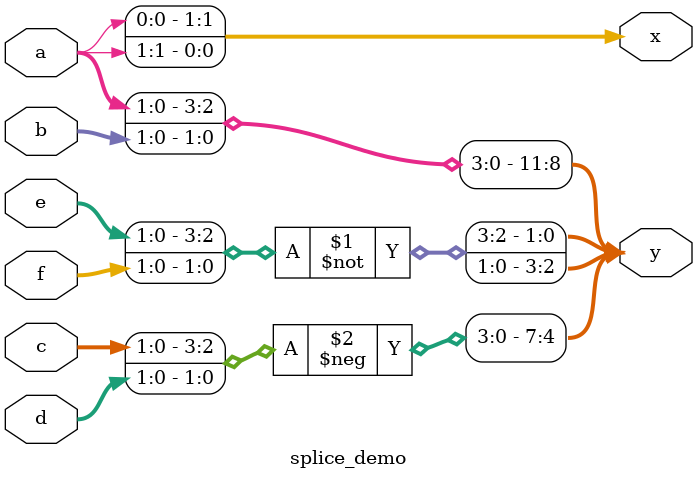
<source format=v>
module splice_demo(a, b, c, d, e, f, x, y);

input [1:0] a, b, c, d, e, f;
output [1:0] x = {a[0], a[1]};

output [11:0] y;
assign {y[11:4], y[1:0], y[3:2]} =
                {a, b, -{c, d}, ~{e, f}};

endmodule

</source>
